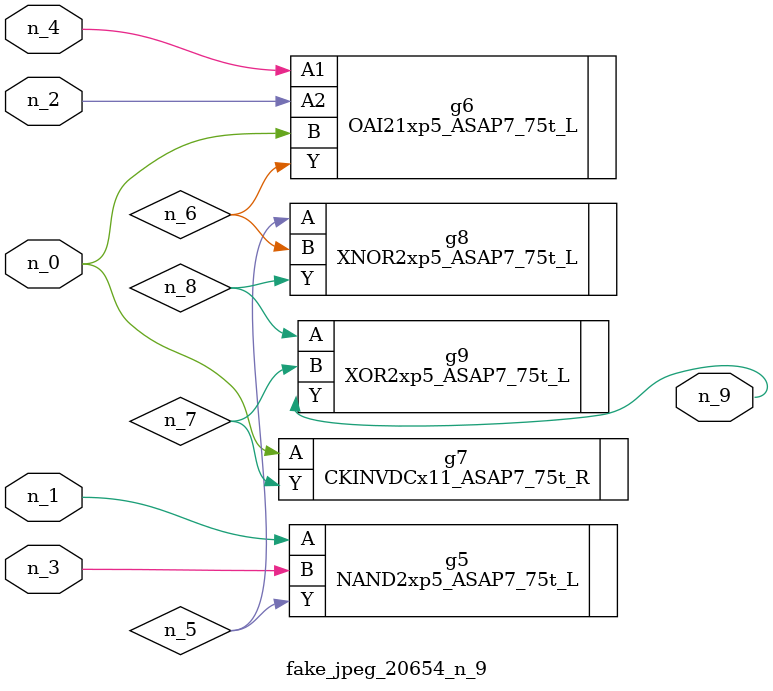
<source format=v>
module fake_jpeg_20654_n_9 (n_3, n_2, n_1, n_0, n_4, n_9);

input n_3;
input n_2;
input n_1;
input n_0;
input n_4;

output n_9;

wire n_8;
wire n_6;
wire n_5;
wire n_7;

NAND2xp5_ASAP7_75t_L g5 ( 
.A(n_1),
.B(n_3),
.Y(n_5)
);

OAI21xp5_ASAP7_75t_L g6 ( 
.A1(n_4),
.A2(n_2),
.B(n_0),
.Y(n_6)
);

CKINVDCx11_ASAP7_75t_R g7 ( 
.A(n_0),
.Y(n_7)
);

XNOR2xp5_ASAP7_75t_L g8 ( 
.A(n_5),
.B(n_6),
.Y(n_8)
);

XOR2xp5_ASAP7_75t_L g9 ( 
.A(n_8),
.B(n_7),
.Y(n_9)
);


endmodule
</source>
